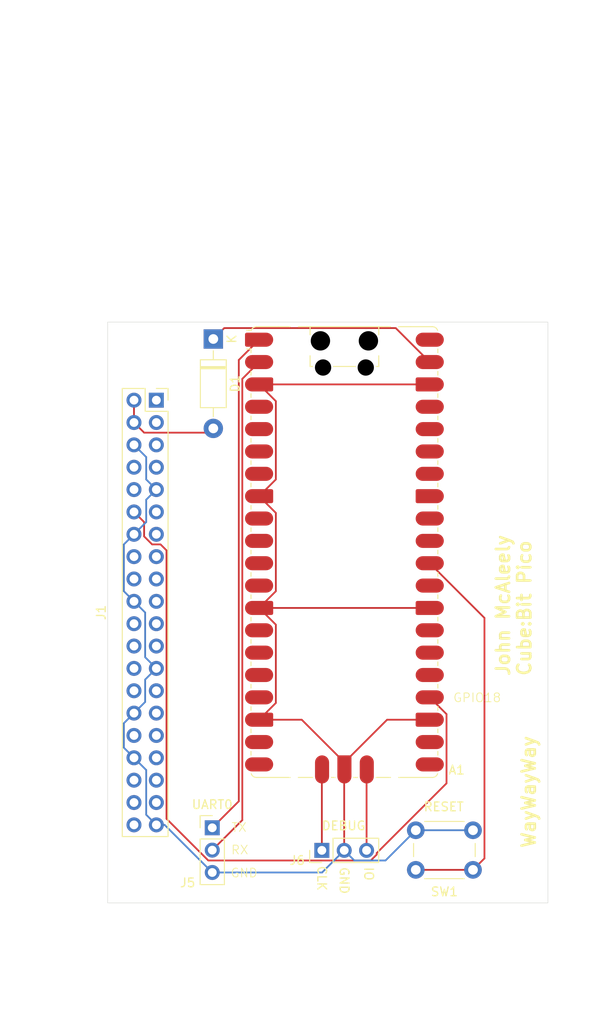
<source format=kicad_pcb>
(kicad_pcb (version 20241229) (generator "pcbnew") (generator_version "9.0")
  (layers (0 "F.Cu" signal) (2 "B.Cu" signal) (13 "F.Paste" user) (15 "B.Paste" user) (5 "F.SilkS" user "F.Silkscreen") (7 "B.SilkS" user "B.Silkscreen") (1 "F.Mask" user) (3 "B.Mask" user) (25 "Edge.Cuts" user))
  (net 0 "")
  (net 1 "GND")
  (net 22 "Net-(A1-GPIO1)")
  (net 26 "Net-(A1-VSYS)")
  (net 27 "Net-(A1-RUN)")
  (net 28 "Net-(A1-GPIO18)")
  (net 32 "Net-(A1-GPIO0)")
  (net 35 "Net-(A1-SWCLK)")
  (net 42 "Net-(J1-3V3-Pad1)")
  (net 64 "Net-(A1-SWDIO)")
  (net 65 "Net-(D1-A)")
  (footprint "Button_Switch_THT:SW_PUSH_6mm" (layer "F.Cu") (at 78.994 86.741)
    (property "Reference" "SW1" (at 3.25 6.985 0) (layer "F.SilkS"))
    (property "Value" "RESET" (at 3.175 -2.667 0) (layer "F.SilkS"))
    (fp_line (start -0.25 1.5) (end -0.25 3) (stroke (width 0.12)) (layer "F.SilkS"))
    (fp_line (start 1 5.5) (end 5.5 5.5) (stroke (width 0.12)) (layer "F.SilkS"))
    (fp_line (start 5.5 -1) (end 1 -1) (stroke (width 0.12)) (layer "F.SilkS"))
    (fp_line (start 6.75 3) (end 6.75 1.5) (stroke (width 0.12)) (layer "F.SilkS"))
    (pad "1" thru_hole circle (at 0 0 90) (size 2 2) (drill 1.1) (layers "*.Cu" "*.Mask") (net 1 "GND"))
    (pad "1" thru_hole circle (at 6.5 0 90) (size 2 2) (drill 1.1) (layers "*.Cu" "*.Mask") (net 1 "GND"))
    (pad "2" thru_hole circle (at 0 4.5 90) (size 2 2) (drill 1.1) (layers "*.Cu" "*.Mask") (net 27 "Net-(A1-RUN)"))
    (pad "2" thru_hole circle (at 6.5 4.5 90) (size 2 2) (drill 1.1) (layers "*.Cu" "*.Mask") (net 27 "Net-(A1-RUN)"))
  )
  (footprint "Diode_THT:D_DO-41_SOD81_P10.16mm_Horizontal" (layer "F.Cu") (at 56 30.92 -90)
    (property "Reference" "D1" (at 5.08 -2.47 90) (layer "F.SilkS"))
    (property "Value" "1N5817")
    (fp_line (start 2.36 1.47) (end 7.8 1.47) (stroke (width 0.12)) (layer "F.SilkS"))
    (fp_line (start 7.8 1.47) (end 7.8 -1.47) (stroke (width 0.12)) (layer "F.SilkS"))
    (fp_line (start 1.34 0) (end 2.36 0) (stroke (width 0.12)) (layer "F.SilkS"))
    (fp_line (start 8.82 0) (end 7.8 0) (stroke (width 0.12)) (layer "F.SilkS"))
    (fp_line (start 2.36 -1.47) (end 2.36 1.47) (stroke (width 0.12)) (layer "F.SilkS"))
    (fp_line (start 3.14 -1.47) (end 3.14 1.47) (stroke (width 0.12)) (layer "F.SilkS"))
    (fp_line (start 3.26 -1.47) (end 3.26 1.47) (stroke (width 0.12)) (layer "F.SilkS"))
    (fp_line (start 3.38 -1.47) (end 3.38 1.47) (stroke (width 0.12)) (layer "F.SilkS"))
    (fp_line (start 7.8 -1.47) (end 2.36 -1.47) (stroke (width 0.12)) (layer "F.SilkS"))
    (fp_text user "K" (at 0 -2.1 90) (layer "F.SilkS"))
    (pad "1" thru_hole rect (at 0 0 270) (size 2.2 2.2) (drill 1.1) (layers "*.Cu" "*.Mask") (net 26 "Net-(A1-VSYS)"))
    (pad "2" thru_hole oval (at 10.16 0 270) (size 2.2 2.2) (drill 1.1) (layers "*.Cu" "*.Mask") (net 65 "Net-(D1-A)"))
  )
  (footprint "Module:RaspberryPi_Pico_SMD_HandSolder" (layer "F.Cu") (at 70.89 55.13)
    (property "Reference" "A1" (at 11.7475 24.765 0) (layer "F.SilkS") (effects (justify left)))
    (property "Value" "RaspberryPi_Pico")
    (fp_line (start -10.61 -23.07) (end -11.09 -23.07) (stroke (width 0.12)) (layer "F.SilkS"))
    (fp_line (start -10.61 -23.07) (end -10.61 -22.65) (stroke (width 0.12)) (layer "F.SilkS"))
    (fp_line (start -10.61 -20.53) (end -10.61 -20.11) (stroke (width 0.12)) (layer "F.SilkS"))
    (fp_line (start -10.61 -17.99) (end -10.61 -17.57) (stroke (width 0.12)) (layer "F.SilkS"))
    (fp_line (start -10.61 -15.45) (end -10.61 -15.03) (stroke (width 0.12)) (layer "F.SilkS"))
    (fp_line (start -10.61 -12.91) (end -10.61 -12.49) (stroke (width 0.12)) (layer "F.SilkS"))
    (fp_line (start -10.61 -10.37) (end -10.61 -9.95) (stroke (width 0.12)) (layer "F.SilkS"))
    (fp_line (start -10.61 -7.83) (end -10.61 -7.41) (stroke (width 0.12)) (layer "F.SilkS"))
    (fp_line (start -10.61 -5.29) (end -10.61 -4.87) (stroke (width 0.12)) (layer "F.SilkS"))
    (fp_line (start -10.61 -2.75) (end -10.61 -2.33) (stroke (width 0.12)) (layer "F.SilkS"))
    (fp_line (start -10.61 -0.21) (end -10.61 0.21) (stroke (width 0.12)) (layer "F.SilkS"))
    (fp_line (start -10.61 2.33) (end -10.61 2.75) (stroke (width 0.12)) (layer "F.SilkS"))
    (fp_line (start -10.61 4.87) (end -10.61 5.29) (stroke (width 0.12)) (layer "F.SilkS"))
    (fp_line (start -10.61 7.41) (end -10.61 7.83) (stroke (width 0.12)) (layer "F.SilkS"))
    (fp_line (start -10.61 9.95) (end -10.61 10.37) (stroke (width 0.12)) (layer "F.SilkS"))
    (fp_line (start -10.61 12.49) (end -10.61 12.91) (stroke (width 0.12)) (layer "F.SilkS"))
    (fp_line (start -10.61 15.03) (end -10.61 15.45) (stroke (width 0.12)) (layer "F.SilkS"))
    (fp_line (start -10.61 17.57) (end -10.61 17.99) (stroke (width 0.12)) (layer "F.SilkS"))
    (fp_line (start -10.61 20.11) (end -10.61 20.53) (stroke (width 0.12)) (layer "F.SilkS"))
    (fp_line (start -10.61 22.65) (end -10.61 23.07) (stroke (width 0.12)) (layer "F.SilkS"))
    (fp_line (start -10.579676 -25.19) (end -11.09 -25.19) (stroke (width 0.12)) (layer "F.SilkS"))
    (fp_line (start -10 -25.61) (end -7.51 -25.61) (stroke (width 0.12)) (layer "F.SilkS"))
    (fp_line (start -10 25.61) (end -6.162061 25.61) (stroke (width 0.12)) (layer "F.SilkS"))
    (fp_line (start -7.51 -25.61) (end -6.16206 -25.61) (stroke (width 0.12)) (layer "F.SilkS"))
    (fp_line (start -5.237939 -25.61) (end -4.235 -25.61) (stroke (width 0.12)) (layer "F.SilkS"))
    (fp_line (start -4.235 -25.61) (end 4.235 -25.61) (stroke (width 0.12)) (layer "F.SilkS"))
    (fp_line (start -3.9 -25.61) (end -3.9 -24.694) (stroke (width 0.12)) (layer "F.SilkS"))
    (fp_line (start -3.9 -22.306) (end -3.9 -21.09) (stroke (width 0.12)) (layer "F.SilkS"))
    (fp_line (start -3.9 -21.09) (end -3.60391 -21.09) (stroke (width 0.12)) (layer "F.SilkS"))
    (fp_line (start -3.6 25.61) (end -5.237939 25.61) (stroke (width 0.12)) (layer "F.SilkS"))
    (fp_line (start -1.48 25.61) (end -1.06 25.61) (stroke (width 0.12)) (layer "F.SilkS"))
    (fp_line (start -1.24609 -21.09) (end 1.24609 -21.09) (stroke (width 0.12)) (layer "F.SilkS"))
    (fp_line (start 1.06 25.61) (end 1.48 25.61) (stroke (width 0.12)) (layer "F.SilkS"))
    (fp_line (start 3.60391 -21.09) (end 3.9 -21.09) (stroke (width 0.12)) (layer "F.SilkS"))
    (fp_line (start 3.9 -25.61) (end 3.9 -24.694) (stroke (width 0.12)) (layer "F.SilkS"))
    (fp_line (start 3.9 -22.306) (end 3.9 -21.09) (stroke (width 0.12)) (layer "F.SilkS"))
    (fp_line (start 4.235 -25.61) (end 5.237939 -25.61) (stroke (width 0.12)) (layer "F.SilkS"))
    (fp_line (start 5.237939 25.61) (end 3.6 25.61) (stroke (width 0.12)) (layer "F.SilkS"))
    (fp_line (start 6.162061 -25.61) (end 7.51 -25.61) (stroke (width 0.12)) (layer "F.SilkS"))
    (fp_line (start 6.162061 25.61) (end 10 25.61) (stroke (width 0.12)) (layer "F.SilkS"))
    (fp_line (start 10 -25.61) (end 7.51 -25.61) (stroke (width 0.12)) (layer "F.SilkS"))
    (fp_line (start 10.61 -23.07) (end 10.61 -22.65) (stroke (width 0.12)) (layer "F.SilkS"))
    (fp_line (start 10.61 -20.53) (end 10.61 -20.11) (stroke (width 0.12)) (layer "F.SilkS"))
    (fp_line (start 10.61 -17.99) (end 10.61 -17.57) (stroke (width 0.12)) (layer "F.SilkS"))
    (fp_line (start 10.61 -15.45) (end 10.61 -15.03) (stroke (width 0.12)) (layer "F.SilkS"))
    (fp_line (start 10.61 -12.91) (end 10.61 -12.49) (stroke (width 0.12)) (layer "F.SilkS"))
    (fp_line (start 10.61 -10.37) (end 10.61 -9.95) (stroke (width 0.12)) (layer "F.SilkS"))
    (fp_line (start 10.61 -7.83) (end 10.61 -7.41) (stroke (width 0.12)) (layer "F.SilkS"))
    (fp_line (start 10.61 -5.29) (end 10.61 -4.87) (stroke (width 0.12)) (layer "F.SilkS"))
    (fp_line (start 10.61 -2.75) (end 10.61 -2.33) (stroke (width 0.12)) (layer "F.SilkS"))
    (fp_line (start 10.61 -0.21) (end 10.61 0.21) (stroke (width 0.12)) (layer "F.SilkS"))
    (fp_line (start 10.61 2.33) (end 10.61 2.75) (stroke (width 0.12)) (layer "F.SilkS"))
    (fp_line (start 10.61 4.87) (end 10.61 5.29) (stroke (width 0.12)) (layer "F.SilkS"))
    (fp_line (start 10.61 7.41) (end 10.61 7.83) (stroke (width 0.12)) (layer "F.SilkS"))
    (fp_line (start 10.61 9.95) (end 10.61 10.37) (stroke (width 0.12)) (layer "F.SilkS"))
    (fp_line (start 10.61 12.49) (end 10.61 12.91) (stroke (width 0.12)) (layer "F.SilkS"))
    (fp_line (start 10.61 15.03) (end 10.61 15.45) (stroke (width 0.12)) (layer "F.SilkS"))
    (fp_line (start 10.61 17.57) (end 10.61 17.99) (stroke (width 0.12)) (layer "F.SilkS"))
    (fp_line (start 10.61 20.11) (end 10.61 20.53) (stroke (width 0.12)) (layer "F.SilkS"))
    (fp_line (start 10.61 22.65) (end 10.61 23.07) (stroke (width 0.12)) (layer "F.SilkS"))
    (fp_arc (start -10.579676 -25.19) (mid -10.357938 -25.493944) (end -10 -25.61) (stroke (width 0.12)) (layer "F.SilkS"))
    (fp_arc (start -10 25.61) (mid -10.357937 25.493944) (end -10.579676 25.189937) (stroke (width 0.12)) (layer "F.SilkS"))
    (fp_arc (start 10 -25.61) (mid 10.357937 -25.493944) (end 10.579676 -25.189937) (stroke (width 0.12)) (layer "F.SilkS"))
    (fp_arc (start 10.579676 25.189937) (mid 10.357958 25.493991) (end 10 25.61) (stroke (width 0.12)) (layer "F.SilkS"))
    (pad "" smd rect (at -8.89 -24.13) (size 3.8 2.2) (drill (offset -0.8 0)) (layers "F.Paste"))
    (pad "" smd rect (at -8.89 -21.59) (size 3.8 2.2) (drill (offset -0.8 0)) (layers "F.Paste"))
    (pad "" smd rect (at -8.89 -19.05) (size 3.8 2.2) (drill (offset -0.8 0)) (layers "F.Paste"))
    (pad "" smd rect (at -8.89 -16.51) (size 3.8 2.2) (drill (offset -0.8 0)) (layers "F.Paste"))
    (pad "" smd rect (at -8.89 -13.97) (size 3.8 2.2) (drill (offset -0.8 0)) (layers "F.Paste"))
    (pad "" smd rect (at -8.89 -11.43) (size 3.8 2.2) (drill (offset -0.8 0)) (layers "F.Paste"))
    (pad "" smd rect (at -8.89 -8.89) (size 3.8 2.2) (drill (offset -0.8 0)) (layers "F.Paste"))
    (pad "" smd rect (at -8.89 -6.35) (size 3.8 2.2) (drill (offset -0.8 0)) (layers "F.Paste"))
    (pad "" smd rect (at -8.89 -3.81) (size 3.8 2.2) (drill (offset -0.8 0)) (layers "F.Paste"))
    (pad "" smd rect (at -8.89 -1.27) (size 3.8 2.2) (drill (offset -0.8 0)) (layers "F.Paste"))
    (pad "" smd rect (at -8.89 1.27) (size 3.8 2.2) (drill (offset -0.8 0)) (layers "F.Paste"))
    (pad "" smd rect (at -8.89 3.81) (size 3.8 2.2) (drill (offset -0.8 0)) (layers "F.Paste"))
    (pad "" smd rect (at -8.89 6.35) (size 3.8 2.2) (drill (offset -0.8 0)) (layers "F.Paste"))
    (pad "" smd rect (at -8.89 8.89) (size 3.8 2.2) (drill (offset -0.8 0)) (layers "F.Paste"))
    (pad "" smd rect (at -8.89 11.43) (size 3.8 2.2) (drill (offset -0.8 0)) (layers "F.Paste"))
    (pad "" smd rect (at -8.89 13.97) (size 3.8 2.2) (drill (offset -0.8 0)) (layers "F.Paste"))
    (pad "" smd rect (at -8.89 16.51) (size 3.8 2.2) (drill (offset -0.8 0)) (layers "F.Paste"))
    (pad "" smd rect (at -8.89 19.05) (size 3.8 2.2) (drill (offset -0.8 0)) (layers "F.Paste"))
    (pad "" smd rect (at -8.89 21.59) (size 3.8 2.2) (drill (offset -0.8 0)) (layers "F.Paste"))
    (pad "" smd rect (at -8.89 24.13) (size 3.8 2.2) (drill (offset -0.8 0)) (layers "F.Paste"))
    (pad "" np_thru_hole circle (at -2.725 -24) (size 2.2 2.2) (drill 2.2) (layers "*.Mask"))
    (pad "" smd rect (at -2.54 23.9) (size 2.2 3.8) (drill (offset 0 0.8)) (layers "F.Paste"))
    (pad "" np_thru_hole circle (at -2.425 -20.97) (size 1.85 1.85) (drill 1.85) (layers "*.Mask"))
    (pad "" smd rect (at 0 23.9) (size 2.2 3.8) (drill (offset 0 0.8)) (layers "F.Paste"))
    (pad "" np_thru_hole circle (at 2.425 -20.97) (size 1.85 1.85) (drill 1.85) (layers "*.Mask"))
    (pad "" smd rect (at 2.54 23.9) (size 2.2 3.8) (drill (offset 0 0.8)) (layers "F.Paste"))
    (pad "" np_thru_hole circle (at 2.725 -24) (size 2.2 2.2) (drill 2.2) (layers "*.Mask"))
    (pad "" smd rect (at 8.89 -24.13) (size 3.8 2.2) (drill (offset 0.8 0)) (layers "F.Paste"))
    (pad "" smd rect (at 8.89 -21.59) (size 3.8 2.2) (drill (offset 0.8 0)) (layers "F.Paste"))
    (pad "" smd rect (at 8.89 -19.05) (size 3.8 2.2) (drill (offset 0.8 0)) (layers "F.Paste"))
    (pad "" smd rect (at 8.89 -16.51) (size 3.8 2.2) (drill (offset 0.8 0)) (layers "F.Paste"))
    (pad "" smd rect (at 8.89 -13.97) (size 3.8 2.2) (drill (offset 0.8 0)) (layers "F.Paste"))
    (pad "" smd rect (at 8.89 -11.43) (size 3.8 2.2) (drill (offset 0.8 0)) (layers "F.Paste"))
    (pad "" smd rect (at 8.89 -8.89) (size 3.8 2.2) (drill (offset 0.8 0)) (layers "F.Paste"))
    (pad "" smd rect (at 8.89 -6.35) (size 3.8 2.2) (drill (offset 0.8 0)) (layers "F.Paste"))
    (pad "" smd rect (at 8.89 -3.81) (size 3.8 2.2) (drill (offset 0.8 0)) (layers "F.Paste"))
    (pad "" smd rect (at 8.89 -1.27) (size 3.8 2.2) (drill (offset 0.8 0)) (layers "F.Paste"))
    (pad "" smd rect (at 8.89 1.27) (size 3.8 2.2) (drill (offset 0.8 0)) (layers "F.Paste"))
    (pad "" smd rect (at 8.89 3.81) (size 3.8 2.2) (drill (offset 0.8 0)) (layers "F.Paste"))
    (pad "" smd rect (at 8.89 6.35) (size 3.8 2.2) (drill (offset 0.8 0)) (layers "F.Paste"))
    (pad "" smd rect (at 8.89 8.89) (size 3.8 2.2) (drill (offset 0.8 0)) (layers "F.Paste"))
    (pad "" smd rect (at 8.89 11.43) (size 3.8 2.2) (drill (offset 0.8 0)) (layers "F.Paste"))
    (pad "" smd rect (at 8.89 13.97) (size 3.8 2.2) (drill (offset 0.8 0)) (layers "F.Paste"))
    (pad "" smd rect (at 8.89 16.51) (size 3.8 2.2) (drill (offset 0.8 0)) (layers "F.Paste"))
    (pad "" smd rect (at 8.89 19.05) (size 3.8 2.2) (drill (offset 0.8 0)) (layers "F.Paste"))
    (pad "" smd rect (at 8.89 21.59) (size 3.8 2.2) (drill (offset 0.8 0)) (layers "F.Paste"))
    (pad "" smd rect (at 8.89 24.13) (size 3.8 2.2) (drill (offset 0.8 0)) (layers "F.Paste"))
    (pad "1" smd custom (at -9.69 -24.13) (size 1.6 0.8) (layers "F.Cu" "F.Mask") (net 32 "Net-(A1-GPIO0)") (options (clearance outline) (anchor rect)) (primitives (gr_circle (center 0.8 0) (end 1.6 0) (width 0) (fill yes)) (gr_poly (pts (xy -1.6 -0.6) (xy -1.6 0.6) (xy -1.4 0.8) (xy 0.8 0.8) (xy 0.8 -0.8) (xy -1.4 -0.8)) (width 0) (fill yes)) (gr_circle (center -1.4 -0.6) (end -1.2 -0.6) (width 0) (fill yes)) (gr_circle (center -1.4 0.6) (end -1.2 0.6) (width 0) (fill yes))))
    (pad "2" smd roundrect (at -9.69 -21.59) (size 3.2 1.6) (layers "F.Cu" "F.Mask") (roundrect_rratio 0.5) (net 22 "Net-(A1-GPIO1)"))
    (pad "3" smd custom (at -9.69 -19.05) (size 1.6 0.8) (layers "F.Cu" "F.Mask") (net 1 "GND") (options (clearance outline) (anchor rect)) (primitives (gr_circle (center -0.8 0) (end 0 0) (width 0) (fill yes)) (gr_poly (pts (xy 1.6 -0.6) (xy 1.6 0.6) (xy 1.4 0.8) (xy -0.8 0.8) (xy -0.8 -0.8) (xy 1.4 -0.8)) (width 0) (fill yes)) (gr_circle (center 1.4 -0.6) (end 1.6 -0.6) (width 0) (fill yes)) (gr_circle (center 1.4 0.6) (end 1.6 0.6) (width 0) (fill yes))))
    (pad "4" smd roundrect (at -9.69 -16.51) (size 3.2 1.6) (layers "F.Cu" "F.Mask") (roundrect_rratio 0.5))
    (pad "5" smd roundrect (at -9.69 -13.97) (size 3.2 1.6) (layers "F.Cu" "F.Mask") (roundrect_rratio 0.5))
    (pad "6" smd roundrect (at -9.69 -11.43) (size 3.2 1.6) (layers "F.Cu" "F.Mask") (roundrect_rratio 0.5))
    (pad "7" smd roundrect (at -9.69 -8.89) (size 3.2 1.6) (layers "F.Cu" "F.Mask") (roundrect_rratio 0.5))
    (pad "8" smd custom (at -9.69 -6.35) (size 1.6 0.8) (layers "F.Cu" "F.Mask") (net 1 "GND") (options (clearance outline) (anchor rect)) (primitives (gr_circle (center -0.8 0) (end 0 0) (width 0) (fill yes)) (gr_poly (pts (xy 1.6 -0.6) (xy 1.6 0.6) (xy 1.4 0.8) (xy -0.8 0.8) (xy -0.8 -0.8) (xy 1.4 -0.8)) (width 0) (fill yes)) (gr_circle (center 1.4 -0.6) (end 1.6 -0.6) (width 0) (fill yes)) (gr_circle (center 1.4 0.6) (end 1.6 0.6) (width 0) (fill yes))))
    (pad "9" smd roundrect (at -9.69 -3.81) (size 3.2 1.6) (layers "F.Cu" "F.Mask") (roundrect_rratio 0.5))
    (pad "10" smd roundrect (at -9.69 -1.27) (size 3.2 1.6) (layers "F.Cu" "F.Mask") (roundrect_rratio 0.5))
    (pad "11" smd roundrect (at -9.69 1.27) (size 3.2 1.6) (layers "F.Cu" "F.Mask") (roundrect_rratio 0.5))
    (pad "12" smd roundrect (at -9.69 3.81) (size 3.2 1.6) (layers "F.Cu" "F.Mask") (roundrect_rratio 0.5))
    (pad "13" smd custom (at -9.69 6.35) (size 1.6 0.8) (layers "F.Cu" "F.Mask") (net 1 "GND") (options (clearance outline) (anchor rect)) (primitives (gr_circle (center -0.8 0) (end 0 0) (width 0) (fill yes)) (gr_poly (pts (xy 1.6 -0.6) (xy 1.6 0.6) (xy 1.4 0.8) (xy -0.8 0.8) (xy -0.8 -0.8) (xy 1.4 -0.8)) (width 0) (fill yes)) (gr_circle (center 1.4 -0.6) (end 1.6 -0.6) (width 0) (fill yes)) (gr_circle (center 1.4 0.6) (end 1.6 0.6) (width 0) (fill yes))))
    (pad "14" smd roundrect (at -9.69 8.89) (size 3.2 1.6) (layers "F.Cu" "F.Mask") (roundrect_rratio 0.5))
    (pad "15" smd roundrect (at -9.69 11.43) (size 3.2 1.6) (layers "F.Cu" "F.Mask") (roundrect_rratio 0.5))
    (pad "16" smd roundrect (at -9.69 13.97) (size 3.2 1.6) (layers "F.Cu" "F.Mask") (roundrect_rratio 0.5))
    (pad "17" smd roundrect (at -9.69 16.51) (size 3.2 1.6) (layers "F.Cu" "F.Mask") (roundrect_rratio 0.5))
    (pad "18" smd custom (at -9.69 19.05) (size 1.6 0.8) (layers "F.Cu" "F.Mask") (net 1 "GND") (options (clearance outline) (anchor rect)) (primitives (gr_circle (center -0.8 0) (end 0 0) (width 0) (fill yes)) (gr_poly (pts (xy 1.6 -0.6) (xy 1.6 0.6) (xy 1.4 0.8) (xy -0.8 0.8) (xy -0.8 -0.8) (xy 1.4 -0.8)) (width 0) (fill yes)) (gr_circle (center 1.4 -0.6) (end 1.6 -0.6) (width 0) (fill yes)) (gr_circle (center 1.4 0.6) (end 1.6 0.6) (width 0) (fill yes))))
    (pad "19" smd roundrect (at -9.69 21.59) (size 3.2 1.6) (layers "F.Cu" "F.Mask") (roundrect_rratio 0.5))
    (pad "20" smd roundrect (at -9.69 24.13) (size 3.2 1.6) (layers "F.Cu" "F.Mask") (roundrect_rratio 0.5))
    (pad "21" smd roundrect (at 9.69 24.13) (size 3.2 1.6) (layers "F.Cu" "F.Mask") (roundrect_rratio 0.5))
    (pad "22" smd roundrect (at 9.69 21.59) (size 3.2 1.6) (layers "F.Cu" "F.Mask") (roundrect_rratio 0.5))
    (pad "23" smd custom (at 9.69 19.05) (size 1.6 0.8) (layers "F.Cu" "F.Mask") (net 1 "GND") (options (clearance outline) (anchor rect)) (primitives (gr_circle (center 0.8 0) (end 1.6 0) (width 0) (fill yes)) (gr_poly (pts (xy -1.6 -0.6) (xy -1.6 0.6) (xy -1.4 0.8) (xy 0.8 0.8) (xy 0.8 -0.8) (xy -1.4 -0.8)) (width 0) (fill yes)) (gr_circle (center -1.4 -0.6) (end -1.2 -0.6) (width 0) (fill yes)) (gr_circle (center -1.4 0.6) (end -1.2 0.6) (width 0) (fill yes))))
    (pad "24" smd roundrect (at 9.69 16.51) (size 3.2 1.6) (layers "F.Cu" "F.Mask") (roundrect_rratio 0.5) (net 28 "Net-(A1-GPIO18)"))
    (pad "25" smd roundrect (at 9.69 13.97) (size 3.2 1.6) (layers "F.Cu" "F.Mask") (roundrect_rratio 0.5))
    (pad "26" smd roundrect (at 9.69 11.43) (size 3.2 1.6) (layers "F.Cu" "F.Mask") (roundrect_rratio 0.5))
    (pad "27" smd roundrect (at 9.69 8.89) (size 3.2 1.6) (layers "F.Cu" "F.Mask") (roundrect_rratio 0.5))
    (pad "28" smd custom (at 9.69 6.35) (size 1.6 0.8) (layers "F.Cu" "F.Mask") (net 1 "GND") (options (clearance outline) (anchor rect)) (primitives (gr_circle (center 0.8 0) (end 1.6 0) (width 0) (fill yes)) (gr_poly (pts (xy -1.6 -0.6) (xy -1.6 0.6) (xy -1.4 0.8) (xy 0.8 0.8) (xy 0.8 -0.8) (xy -1.4 -0.8)) (width 0) (fill yes)) (gr_circle (center -1.4 -0.6) (end -1.2 -0.6) (width 0) (fill yes)) (gr_circle (center -1.4 0.6) (end -1.2 0.6) (width 0) (fill yes))))
    (pad "29" smd roundrect (at 9.69 3.81) (size 3.2 1.6) (layers "F.Cu" "F.Mask") (roundrect_rratio 0.5))
    (pad "30" smd roundrect (at 9.69 1.27) (size 3.2 1.6) (layers "F.Cu" "F.Mask") (roundrect_rratio 0.5) (net 27 "Net-(A1-RUN)"))
    (pad "31" smd roundrect (at 9.69 -1.27) (size 3.2 1.6) (layers "F.Cu" "F.Mask") (roundrect_rratio 0.5))
    (pad "32" smd roundrect (at 9.69 -3.81) (size 3.2 1.6) (layers "F.Cu" "F.Mask") (roundrect_rratio 0.5))
    (pad "33" smd custom (at 9.69 -6.35) (size 1.6 0.8) (layers "F.Cu" "F.Mask") (options (clearance outline) (anchor rect)) (primitives (gr_circle (center 0.8 0) (end 1.6 0) (width 0) (fill yes)) (gr_poly (pts (xy -1.6 -0.6) (xy -1.6 0.6) (xy -1.4 0.8) (xy 0.8 0.8) (xy 0.8 -0.8) (xy -1.4 -0.8)) (width 0) (fill yes)) (gr_circle (center -1.4 -0.6) (end -1.2 -0.6) (width 0) (fill yes)) (gr_circle (center -1.4 0.6) (end -1.2 0.6) (width 0) (fill yes))))
    (pad "34" smd roundrect (at 9.69 -8.89) (size 3.2 1.6) (layers "F.Cu" "F.Mask") (roundrect_rratio 0.5))
    (pad "35" smd roundrect (at 9.69 -11.43) (size 3.2 1.6) (layers "F.Cu" "F.Mask") (roundrect_rratio 0.5))
    (pad "36" smd roundrect (at 9.69 -13.97) (size 3.2 1.6) (layers "F.Cu" "F.Mask") (roundrect_rratio 0.5))
    (pad "37" smd roundrect (at 9.69 -16.51) (size 3.2 1.6) (layers "F.Cu" "F.Mask") (roundrect_rratio 0.5))
    (pad "38" smd custom (at 9.69 -19.05) (size 1.6 0.8) (layers "F.Cu" "F.Mask") (net 1 "GND") (options (clearance outline) (anchor rect)) (primitives (gr_circle (center 0.8 0) (end 1.6 0) (width 0) (fill yes)) (gr_poly (pts (xy -1.6 -0.6) (xy -1.6 0.6) (xy -1.4 0.8) (xy 0.8 0.8) (xy 0.8 -0.8) (xy -1.4 -0.8)) (width 0) (fill yes)) (gr_circle (center -1.4 -0.6) (end -1.2 -0.6) (width 0) (fill yes)) (gr_circle (center -1.4 0.6) (end -1.2 0.6) (width 0) (fill yes))))
    (pad "39" smd roundrect (at 9.69 -21.59) (size 3.2 1.6) (layers "F.Cu" "F.Mask") (roundrect_rratio 0.5) (net 26 "Net-(A1-VSYS)"))
    (pad "40" smd roundrect (at 9.69 -24.13) (size 3.2 1.6) (layers "F.Cu" "F.Mask") (roundrect_rratio 0.5))
    (pad "D1" smd roundrect (at -2.54 23.9 90) (size 3.2 1.6) (drill (offset -0.8 0)) (layers "F.Cu" "F.Mask") (roundrect_rratio 0.5) (net 35 "Net-(A1-SWCLK)"))
    (pad "D2" smd custom (at 0 23.9 270) (size 1.6 1.6) (layers "F.Cu" "F.Mask") (net 1 "GND") (options (clearance outline) (anchor circle)) (primitives (gr_poly (pts (xy -0.8 -0.6) (xy -0.8 0.6) (xy -0.6 0.8) (xy 1.6 0.8) (xy 1.6 -0.8) (xy -0.6 -0.8)) (width 0) (fill yes)) (gr_circle (center -0.6 0.6) (end -0.4 0.6) (width 0) (fill yes)) (gr_circle (center -0.6 -0.6) (end -0.4 -0.6) (width 0) (fill yes)) (gr_circle (center 1.6 0) (end 2.4 0) (width 0) (fill yes))))
    (pad "D3" smd roundrect (at 2.54 23.9 90) (size 3.2 1.6) (drill (offset -0.8 0)) (layers "F.Cu" "F.Mask") (roundrect_rratio 0.5) (net 64 "Net-(A1-SWDIO)"))
  )
  (footprint "MountingHole:MountingHole_2.2mm_M2" (layer "F.Cu") (at 90 91)
    (property "Reference" "REF**" (hide yes))
    (property "Value" "MountingHole_2.2mm_M2")
    (pad "" np_thru_hole circle (at 0 0) (size 2.2 2.2) (drill 2.2) (layers "*.Cu" "*.Mask"))
  )
  (footprint "Connector_PinHeader_2.54mm:PinHeader_1x03_P2.54mm_Vertical" (layer "F.Cu") (at 55.88 86.46)
    (property "Reference" "J5" (at -2.794 6.25 0) (layer "F.SilkS"))
    (property "Value" "UART0" (at 0 -2.64 0) (layer "F.SilkS"))
    (fp_line (start -1.38 -1.38) (end 0 -1.38) (stroke (width 0.12)) (layer "F.SilkS"))
    (fp_line (start -1.38 0) (end -1.38 -1.38) (stroke (width 0.12)) (layer "F.SilkS"))
    (fp_line (start -1.38 1.27) (end -1.38 6.46) (stroke (width 0.12)) (layer "F.SilkS"))
    (fp_line (start -1.38 1.27) (end 1.38 1.27) (stroke (width 0.12)) (layer "F.SilkS"))
    (fp_line (start -1.38 6.46) (end 1.38 6.46) (stroke (width 0.12)) (layer "F.SilkS"))
    (fp_line (start 1.38 1.27) (end 1.38 6.46) (stroke (width 0.12)) (layer "F.SilkS"))
    (pad "1" thru_hole rect (at 0 0) (size 1.7 1.7) (drill 1) (layers "*.Cu" "*.Mask") (net 32 "Net-(A1-GPIO0)"))
    (pad "2" thru_hole circle (at 0 2.54) (size 1.7 1.7) (drill 1) (layers "*.Cu" "*.Mask") (net 22 "Net-(A1-GPIO1)"))
    (pad "3" thru_hole circle (at 0 5.08) (size 1.7 1.7) (drill 1) (layers "*.Cu" "*.Mask") (net 1 "GND"))
  )
  (footprint "MountingHole:MountingHole_2.2mm_M2" (layer "F.Cu") (at 90 33)
    (property "Reference" "REF**" (hide yes))
    (property "Value" "MountingHole_2.2mm_M2")
    (pad "" np_thru_hole circle (at 0 0) (size 2.2 2.2) (drill 2.2) (layers "*.Cu" "*.Mask"))
  )
  (footprint "Connector_PinHeader_2.54mm:PinHeader_1x03_P2.54mm_Vertical" (layer "F.Cu") (at 68.326 89.027 90)
    (property "Reference" "J6" (at -1.143 -2.794 0) (layer "F.SilkS"))
    (property "Value" "DEBUG" (at 2.794 2.476666 0) (layer "F.SilkS"))
    (property "CLK" "CLK" (at -3.175 0 270) (layer "F.SilkS"))
    (property "Pin3" "IO" (at -2.667 5.334 270) (layer "F.SilkS"))
    (property "GND" "GND" (at -3.429 2.54 270) (layer "F.SilkS"))
    (fp_line (start -1.38 -1.38) (end 0 -1.38) (stroke (width 0.12)) (layer "F.SilkS"))
    (fp_line (start -1.38 0) (end -1.38 -1.38) (stroke (width 0.12)) (layer "F.SilkS"))
    (fp_line (start 1.38 1.27) (end 1.38 6.46) (stroke (width 0.12)) (layer "F.SilkS"))
    (fp_line (start -1.38 1.27) (end 1.38 1.27) (stroke (width 0.12)) (layer "F.SilkS"))
    (fp_line (start -1.38 1.27) (end -1.38 6.46) (stroke (width 0.12)) (layer "F.SilkS"))
    (fp_line (start -1.38 6.46) (end 1.38 6.46) (stroke (width 0.12)) (layer "F.SilkS"))
    (pad "1" thru_hole rect (at 0 0 90) (size 1.7 1.7) (drill 1) (layers "*.Cu" "*.Mask") (net 35 "Net-(A1-SWCLK)"))
    (pad "2" thru_hole circle (at 0 2.54 90) (size 1.7 1.7) (drill 1) (layers "*.Cu" "*.Mask") (net 1 "GND"))
    (pad "3" thru_hole circle (at 0 5.08 90) (size 1.7 1.7) (drill 1) (layers "*.Cu" "*.Mask") (net 64 "Net-(A1-SWDIO)"))
  )
  (footprint "Module:Raspberry_Pi_Zero_Socketed_THT_FaceDown_MountingHoles" (layer "F.Cu") (at 49.53 37.87)
    (property "Reference" "J1" (at -6.27 24.13 90) (layer "F.SilkS"))
    (property "Value" "Raspberry_Pi_4")
    (fp_line (start -3.87 -1.33) (end -3.87 49.59) (stroke (width 0.12)) (layer "F.SilkS"))
    (fp_line (start -3.87 -1.33) (end -1.27 -1.33) (stroke (width 0.12)) (layer "F.SilkS"))
    (fp_line (start -3.87 49.59) (end 1.33 49.59) (stroke (width 0.12)) (layer "F.SilkS"))
    (fp_line (start -1.27 -1.33) (end -1.27 1.27) (stroke (width 0.12)) (layer "F.SilkS"))
    (fp_line (start -1.27 1.27) (end 1.33 1.27) (stroke (width 0.12)) (layer "F.SilkS"))
    (fp_line (start 0 -1.33) (end 1.33 -1.33) (stroke (width 0.12)) (layer "F.SilkS"))
    (fp_line (start 1.33 -1.33) (end 1.33 0) (stroke (width 0.12)) (layer "F.SilkS"))
    (fp_line (start 1.33 1.27) (end 1.33 49.59) (stroke (width 0.12)) (layer "F.SilkS"))
    (pad "" np_thru_hole circle (at -1.27 -4.87 90) (size 2.75 2.75) (drill 2.75) (layers "*.Cu" "*.Mask"))
    (pad "" np_thru_hole circle (at -1.27 53.13 90) (size 2.75 2.75) (drill 2.75) (layers "*.Cu" "*.Mask"))
    (pad "1" thru_hole rect (at 0 0) (size 1.7 1.7) (drill 1) (layers "*.Cu" "*.Mask") (net 42 "Net-(J1-3V3-Pad1)"))
    (pad "2" thru_hole oval (at -2.54 0) (size 1.7 1.7) (drill 1) (layers "*.Cu" "*.Mask") (net 65 "Net-(D1-A)"))
    (pad "3" thru_hole oval (at 0 2.54) (size 1.7 1.7) (drill 1) (layers "*.Cu" "*.Mask"))
    (pad "4" thru_hole oval (at -2.54 2.54) (size 1.7 1.7) (drill 1) (layers "*.Cu" "*.Mask") (net 65 "Net-(D1-A)"))
    (pad "5" thru_hole oval (at 0 5.08) (size 1.7 1.7) (drill 1) (layers "*.Cu" "*.Mask"))
    (pad "6" thru_hole oval (at -2.54 5.08) (size 1.7 1.7) (drill 1) (layers "*.Cu" "*.Mask") (net 1 "GND"))
    (pad "7" thru_hole oval (at 0 7.62) (size 1.7 1.7) (drill 1) (layers "*.Cu" "*.Mask"))
    (pad "8" thru_hole oval (at -2.54 7.62) (size 1.7 1.7) (drill 1) (layers "*.Cu" "*.Mask"))
    (pad "9" thru_hole oval (at 0 10.16) (size 1.7 1.7) (drill 1) (layers "*.Cu" "*.Mask") (net 1 "GND"))
    (pad "10" thru_hole oval (at -2.54 10.16) (size 1.7 1.7) (drill 1) (layers "*.Cu" "*.Mask"))
    (pad "11" thru_hole oval (at 0 12.7) (size 1.7 1.7) (drill 1) (layers "*.Cu" "*.Mask"))
    (pad "12" thru_hole oval (at -2.54 12.7) (size 1.7 1.7) (drill 1) (layers "*.Cu" "*.Mask") (net 28 "Net-(A1-GPIO18)"))
    (pad "13" thru_hole oval (at 0 15.24) (size 1.7 1.7) (drill 1) (layers "*.Cu" "*.Mask"))
    (pad "14" thru_hole oval (at -2.54 15.24) (size 1.7 1.7) (drill 1) (layers "*.Cu" "*.Mask") (net 1 "GND"))
    (pad "15" thru_hole oval (at 0 17.78) (size 1.7 1.7) (drill 1) (layers "*.Cu" "*.Mask"))
    (pad "16" thru_hole oval (at -2.54 17.78) (size 1.7 1.7) (drill 1) (layers "*.Cu" "*.Mask"))
    (pad "17" thru_hole oval (at 0 20.32) (size 1.7 1.7) (drill 1) (layers "*.Cu" "*.Mask") (net 42 "Net-(J1-3V3-Pad1)"))
    (pad "18" thru_hole oval (at -2.54 20.32) (size 1.7 1.7) (drill 1) (layers "*.Cu" "*.Mask"))
    (pad "19" thru_hole oval (at 0 22.86) (size 1.7 1.7) (drill 1) (layers "*.Cu" "*.Mask"))
    (pad "20" thru_hole oval (at -2.54 22.86) (size 1.7 1.7) (drill 1) (layers "*.Cu" "*.Mask") (net 1 "GND"))
    (pad "21" thru_hole oval (at 0 25.4) (size 1.7 1.7) (drill 1) (layers "*.Cu" "*.Mask"))
    (pad "22" thru_hole oval (at -2.54 25.4) (size 1.7 1.7) (drill 1) (layers "*.Cu" "*.Mask"))
    (pad "23" thru_hole oval (at 0 27.94) (size 1.7 1.7) (drill 1) (layers "*.Cu" "*.Mask"))
    (pad "24" thru_hole oval (at -2.54 27.94) (size 1.7 1.7) (drill 1) (layers "*.Cu" "*.Mask"))
    (pad "25" thru_hole oval (at 0 30.48) (size 1.7 1.7) (drill 1) (layers "*.Cu" "*.Mask") (net 1 "GND"))
    (pad "26" thru_hole oval (at -2.54 30.48) (size 1.7 1.7) (drill 1) (layers "*.Cu" "*.Mask"))
    (pad "27" thru_hole oval (at 0 33.02) (size 1.7 1.7) (drill 1) (layers "*.Cu" "*.Mask"))
    (pad "28" thru_hole oval (at -2.54 33.02) (size 1.7 1.7) (drill 1) (layers "*.Cu" "*.Mask"))
    (pad "29" thru_hole oval (at 0 35.56) (size 1.7 1.7) (drill 1) (layers "*.Cu" "*.Mask"))
    (pad "30" thru_hole oval (at -2.54 35.56) (size 1.7 1.7) (drill 1) (layers "*.Cu" "*.Mask") (net 1 "GND"))
    (pad "31" thru_hole oval (at 0 38.1) (size 1.7 1.7) (drill 1) (layers "*.Cu" "*.Mask"))
    (pad "32" thru_hole oval (at -2.54 38.1) (size 1.7 1.7) (drill 1) (layers "*.Cu" "*.Mask"))
    (pad "33" thru_hole oval (at 0 40.64) (size 1.7 1.7) (drill 1) (layers "*.Cu" "*.Mask"))
    (pad "34" thru_hole oval (at -2.54 40.64) (size 1.7 1.7) (drill 1) (layers "*.Cu" "*.Mask") (net 1 "GND"))
    (pad "35" thru_hole oval (at 0 43.18) (size 1.7 1.7) (drill 1) (layers "*.Cu" "*.Mask"))
    (pad "36" thru_hole oval (at -2.54 43.18) (size 1.7 1.7) (drill 1) (layers "*.Cu" "*.Mask"))
    (pad "37" thru_hole oval (at 0 45.72) (size 1.7 1.7) (drill 1) (layers "*.Cu" "*.Mask"))
    (pad "38" thru_hole oval (at -2.54 45.72) (size 1.7 1.7) (drill 1) (layers "*.Cu" "*.Mask"))
    (pad "39" thru_hole oval (at 0 48.26) (size 1.7 1.7) (drill 1) (layers "*.Cu" "*.Mask") (net 1 "GND"))
    (pad "40" thru_hole oval (at -2.54 48.26) (size 1.7 1.7) (drill 1) (layers "*.Cu" "*.Mask"))
  )
  (gr_rect (start 44 29) (end 94 95) (stroke (width 0.05)) (fill no) (layer "Edge.Cuts"))
  (gr_text "GPIO18" (at 83.185 72.263 0) (layer "F.SilkS") (effects (font (size 1 1) (thickness 0.1)) (justify left bottom)))
  (gr_text "WayWayWay" (at 92.71 88.9 90) (layer "F.SilkS") (effects (font (size 1.5 1.5) (thickness 0.3) (bold yes)) (justify left bottom)))
  (gr_text "GND" (at 57.912 92.1766 0) (layer "F.SilkS") (effects (font (size 1 1) (thickness 0.1)) (justify left bottom)))
  (gr_text "TX" (at 58 87 0) (layer "F.SilkS") (effects (font (size 1 1) (thickness 0.1)) (justify left bottom)))
  (gr_text "RX\n" (at 57.9628 89.5604 0) (layer "F.SilkS") (effects (font (size 1 1) (thickness 0.1)) (justify left bottom)))
  (gr_text "John McAleely\nCube:Bit Pico" (at 92.202 69.342 90) (layer "F.SilkS") (effects (font (size 1.5 1.5) (thickness 0.3) (bold yes)) (justify left bottom)))
  (segment (start 61.2 48.78) (end 63.101 50.681) (width 0.2) (layer "F.Cu") (net 1))
  (segment (start 63.101 37.981) (end 63.101 46.879) (width 0.2) (layer "F.Cu") (net 1))
  (segment (start 70.866 79.054) (end 70.866 89.027) (width 0.2) (layer "F.Cu") (net 1))
  (segment (start 61.2 74.18) (end 66.04 74.18) (width 0.2) (layer "F.Cu") (net 1))
  (segment (start 75.74 74.18) (end 80.58 74.18) (width 0.2) (layer "F.Cu") (net 1))
  (segment (start 70.89 79.03) (end 70.866 79.054) (width 0.2) (layer "F.Cu") (net 1))
  (segment (start 63.101 63.381) (end 63.101 72.279) (width 0.2) (layer "F.Cu") (net 1))
  (segment (start 63.101 50.681) (end 63.101 59.579) (width 0.2) (layer "F.Cu") (net 1))
  (segment (start 70.89 79.03) (end 75.74 74.18) (width 0.2) (layer "F.Cu") (net 1))
  (segment (start 63.101 72.279) (end 61.2 74.18) (width 0.2) (layer "F.Cu") (net 1))
  (segment (start 63.101 59.579) (end 61.2 61.48) (width 0.2) (layer "F.Cu") (net 1))
  (segment (start 61.2 61.48) (end 63.101 63.381) (width 0.2) (layer "F.Cu") (net 1))
  (segment (start 80.58 61.48) (end 61.2 61.48) (width 0.2) (layer "F.Cu") (net 1))
  (segment (start 66.04 74.18) (end 70.89 79.03) (width 0.2) (layer "F.Cu") (net 1))
  (segment (start 63.101 46.879) (end 61.2 48.78) (width 0.2) (layer "F.Cu") (net 1))
  (segment (start 61.2 36.08) (end 80.58 36.08) (width 0.2) (layer "F.Cu") (net 1))
  (segment (start 61.2 36.08) (end 63.101 37.981) (width 0.2) (layer "F.Cu") (net 1))
  (segment (start 48.379 44.339) (end 48.379 46.879) (width 0.2) (layer "B.Cu") (net 1))
  (segment (start 75.557 90.178) (end 78.994 86.741) (width 0.2) (layer "B.Cu") (net 1))
  (segment (start 70.866 89.027) (end 72.017 90.178) (width 0.2) (layer "B.Cu") (net 1))
  (segment (start 46.99 73.43) (end 45.839 74.581) (width 0.2) (layer "B.Cu") (net 1))
  (segment (start 72.017 90.178) (end 75.557 90.178) (width 0.2) (layer "B.Cu") (net 1))
  (segment (start 49.53 68.35) (end 48.26 69.62) (width 0.2) (layer "B.Cu") (net 1))
  (segment (start 48.26 69.62) (end 48.26 72.16) (width 0.2) (layer "B.Cu") (net 1))
  (segment (start 48.379 51.721) (end 46.99 53.11) (width 0.2) (layer "B.Cu") (net 1))
  (segment (start 45.839 74.581) (end 45.839 77.359) (width 0.2) (layer "B.Cu") (net 1))
  (segment (start 48.379 84.979) (end 49.53 86.13) (width 0.2) (layer "B.Cu") (net 1))
  (segment (start 45.839 59.579) (end 46.99 60.73) (width 0.2) (layer "B.Cu") (net 1))
  (segment (start 49.53 86.13) (end 50.47 86.13) (width 0.2) (layer "B.Cu") (net 1))
  (segment (start 68.353 91.54) (end 70.866 89.027) (width 0.2) (layer "B.Cu") (net 1))
  (segment (start 46.99 42.95) (end 48.379 44.339) (width 0.2) (layer "B.Cu") (net 1))
  (segment (start 45.839 54.261) (end 45.839 59.579) (width 0.2) (layer "B.Cu") (net 1))
  (segment (start 48.26 72.16) (end 46.99 73.43) (width 0.2) (layer "B.Cu") (net 1))
  (segment (start 55.88 91.54) (end 68.353 91.54) (width 0.2) (layer "B.Cu") (net 1))
  (segment (start 46.99 53.11) (end 45.839 54.261) (width 0.2) (layer "B.Cu") (net 1))
  (segment (start 78.994 86.741) (end 85.494 86.741) (width 0.2) (layer "B.Cu") (net 1))
  (segment (start 46.99 60.73) (end 48.26 62) (width 0.2) (layer "B.Cu") (net 1))
  (segment (start 48.379 49.181) (end 48.379 51.721) (width 0.2) (layer "B.Cu") (net 1))
  (segment (start 48.26 67.08) (end 49.53 68.35) (width 0.2) (layer "B.Cu") (net 1))
  (segment (start 50.47 86.13) (end 55.88 91.54) (width 0.2) (layer "B.Cu") (net 1))
  (segment (start 49.53 48.03) (end 48.379 49.181) (width 0.2) (layer "B.Cu") (net 1))
  (segment (start 48.26 62) (end 48.26 67.08) (width 0.2) (layer "B.Cu") (net 1))
  (segment (start 45.839 77.359) (end 46.99 78.51) (width 0.2) (layer "B.Cu") (net 1))
  (segment (start 48.379 46.879) (end 49.53 48.03) (width 0.2) (layer "B.Cu") (net 1))
  (segment (start 46.99 78.51) (end 48.379 79.899) (width 0.2) (layer "B.Cu") (net 1))
  (segment (start 48.379 79.899) (end 48.379 84.979) (width 0.2) (layer "B.Cu") (net 1))
  (segment (start 59.294 85.586) (end 59.294 35.446) (width 0.2) (layer "F.Cu") (net 22))
  (segment (start 59.294 35.446) (end 61.2 33.54) (width 0.2) (layer "F.Cu") (net 22))
  (segment (start 55.88 89) (end 59.294 85.586) (width 0.2) (layer "F.Cu") (net 22))
  (segment (start 57.241 29.679) (end 76.719 29.679) (width 0.2) (layer "F.Cu") (net 26))
  (segment (start 76.719 29.679) (end 80.58 33.54) (width 0.2) (layer "F.Cu") (net 26))
  (segment (start 56 30.92) (end 57.241 29.679) (width 0.2) (layer "F.Cu") (net 26))
  (segment (start 85.494 91.241) (end 86.795 89.94) (width 0.2) (layer "F.Cu") (net 27))
  (segment (start 86.795 62.615) (end 80.58 56.4) (width 0.2) (layer "F.Cu") (net 27))
  (segment (start 78.994 91.241) (end 85.494 91.241) (width 0.2) (layer "F.Cu") (net 27))
  (segment (start 86.795 89.94) (end 86.795 62.615) (width 0.2) (layer "F.Cu") (net 27))
  (segment (start 50.00676 54.261) (end 49.05324 54.261) (width 0.2) (layer "F.Cu") (net 28))
  (segment (start 80.58 71.64) (end 82.486 73.546) (width 0.2) (layer "F.Cu") (net 28))
  (segment (start 74.557 89.338108) (end 74.557 89.50376) (width 0.2) (layer "F.Cu") (net 28))
  (segment (start 55.43024 90.178) (end 50.681 85.42876) (width 0.2) (layer "F.Cu") (net 28))
  (segment (start 82.486 73.546) (end 82.486 81.409108) (width 0.2) (layer "F.Cu") (net 28))
  (segment (start 82.486 81.409108) (end 74.557 89.338108) (width 0.2) (layer "F.Cu") (net 28))
  (segment (start 48.141 53.34876) (end 48.141 51.721) (width 0.2) (layer "F.Cu") (net 28))
  (segment (start 48.141 51.721) (end 46.99 50.57) (width 0.2) (layer "F.Cu") (net 28))
  (segment (start 74.557 89.50376) (end 73.88276 90.178) (width 0.2) (layer "F.Cu") (net 28))
  (segment (start 50.681 54.93524) (end 50.00676 54.261) (width 0.2) (layer "F.Cu") (net 28))
  (segment (start 49.05324 54.261) (end 48.141 53.34876) (width 0.2) (layer "F.Cu") (net 28))
  (segment (start 50.681 85.42876) (end 50.681 54.93524) (width 0.2) (layer "F.Cu") (net 28))
  (segment (start 73.88276 90.178) (end 55.43024 90.178) (width 0.2) (layer "F.Cu") (net 28))
  (segment (start 55.88 86.46) (end 58.893 83.447) (width 0.2) (layer "F.Cu") (net 32))
  (segment (start 58.893 83.447) (end 58.893 33.307) (width 0.2) (layer "F.Cu") (net 32))
  (segment (start 58.893 33.307) (end 61.2 31) (width 0.2) (layer "F.Cu") (net 32))
  (segment (start 68.326 79.054) (end 68.326 89.027) (width 0.2) (layer "F.Cu") (net 35))
  (segment (start 68.35 79.03) (end 68.326 79.054) (width 0.2) (layer "F.Cu") (net 35))
  (segment (start 73.406 79.054) (end 73.406 89.027) (width 0.2) (layer "F.Cu") (net 64))
  (segment (start 73.43 79.03) (end 73.406 79.054) (width 0.2) (layer "F.Cu") (net 64))
  (segment (start 46.99 40.41) (end 48.141 41.561) (width 0.2) (layer "F.Cu") (net 65))
  (segment (start 46.99 40.41) (end 46.99 37.87) (width 0.2) (layer "F.Cu") (net 65))
  (segment (start 55.519 41.561) (end 56 41.08) (width 0.2) (layer "F.Cu") (net 65))
  (segment (start 48.141 41.561) (end 55.519 41.561) (width 0.2) (layer "F.Cu") (net 65))
)
</source>
